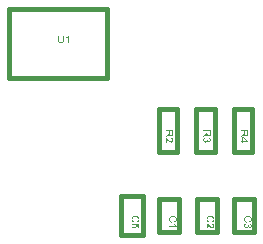
<source format=gbr>
%TF.GenerationSoftware,Altium Limited,Altium Designer,20.0.10 (225)*%
G04 Layer_Color=16711935*
%FSLAX26Y26*%
%MOIN*%
%TF.FileFunction,Other,Top_Assembly*%
%TF.Part,Single*%
G01*
G75*
%TA.AperFunction,NonConductor*%
%ADD53C,0.018000*%
G36*
X3614479Y1836059D02*
Y1836020D01*
Y1835905D01*
Y1835713D01*
Y1835444D01*
X3614441Y1835099D01*
Y1834753D01*
X3614403Y1834331D01*
X3614364Y1833870D01*
X3614249Y1832910D01*
X3614095Y1831911D01*
X3613903Y1830913D01*
X3613596Y1830030D01*
Y1829992D01*
X3613558Y1829915D01*
X3613519Y1829800D01*
X3613443Y1829646D01*
X3613212Y1829262D01*
X3612905Y1828724D01*
X3612483Y1828148D01*
X3611945Y1827534D01*
X3611254Y1826958D01*
X3610486Y1826382D01*
X3610447D01*
X3610370Y1826305D01*
X3610255Y1826267D01*
X3610063Y1826151D01*
X3609871Y1826075D01*
X3609602Y1825959D01*
X3609257Y1825806D01*
X3608911Y1825691D01*
X3608527Y1825575D01*
X3608066Y1825422D01*
X3607606Y1825307D01*
X3607068Y1825230D01*
X3605916Y1825076D01*
X3604610Y1824999D01*
X3604265D01*
X3604035Y1825038D01*
X3603727D01*
X3603382Y1825076D01*
X3602998Y1825115D01*
X3602575Y1825153D01*
X3601654Y1825307D01*
X3600694Y1825499D01*
X3599695Y1825806D01*
X3598812Y1826190D01*
X3598774D01*
X3598697Y1826267D01*
X3598620Y1826305D01*
X3598466Y1826420D01*
X3598044Y1826689D01*
X3597583Y1827111D01*
X3597046Y1827611D01*
X3596546Y1828187D01*
X3596047Y1828916D01*
X3595625Y1829723D01*
Y1829761D01*
X3595586Y1829838D01*
X3595548Y1829953D01*
X3595471Y1830145D01*
X3595394Y1830376D01*
X3595318Y1830683D01*
X3595241Y1831028D01*
X3595164Y1831412D01*
X3595049Y1831835D01*
X3594972Y1832295D01*
X3594895Y1832833D01*
X3594818Y1833371D01*
X3594742Y1833985D01*
X3594703Y1834638D01*
X3594665Y1835329D01*
Y1836059D01*
Y1850651D01*
X3598006D01*
Y1836059D01*
Y1836020D01*
Y1835905D01*
Y1835752D01*
Y1835521D01*
Y1835252D01*
X3598044Y1834945D01*
X3598082Y1834216D01*
X3598159Y1833447D01*
X3598236Y1832641D01*
X3598390Y1831873D01*
X3598466Y1831527D01*
X3598582Y1831220D01*
X3598620Y1831143D01*
X3598697Y1830951D01*
X3598851Y1830683D01*
X3599081Y1830337D01*
X3599350Y1829953D01*
X3599734Y1829531D01*
X3600156Y1829147D01*
X3600694Y1828801D01*
X3600771Y1828763D01*
X3600963Y1828686D01*
X3601270Y1828532D01*
X3601692Y1828417D01*
X3602230Y1828264D01*
X3602844Y1828110D01*
X3603535Y1828033D01*
X3604303Y1827995D01*
X3604649D01*
X3604918Y1828033D01*
X3605225D01*
X3605570Y1828072D01*
X3606338Y1828187D01*
X3607222Y1828417D01*
X3608066Y1828686D01*
X3608873Y1829108D01*
X3609257Y1829339D01*
X3609564Y1829646D01*
Y1829684D01*
X3609641Y1829723D01*
X3609718Y1829838D01*
X3609794Y1829992D01*
X3609948Y1830184D01*
X3610063Y1830414D01*
X3610217Y1830721D01*
X3610370Y1831067D01*
X3610486Y1831489D01*
X3610639Y1831950D01*
X3610793Y1832449D01*
X3610908Y1833063D01*
X3610985Y1833716D01*
X3611062Y1834408D01*
X3611139Y1835214D01*
Y1836059D01*
Y1850651D01*
X3614479D01*
Y1836059D01*
D02*
G37*
G36*
X3630454Y1825422D02*
X3627343D01*
Y1845159D01*
X3627305Y1845121D01*
X3627151Y1844967D01*
X3626883Y1844775D01*
X3626537Y1844507D01*
X3626115Y1844161D01*
X3625615Y1843815D01*
X3625039Y1843393D01*
X3624387Y1843009D01*
X3624348D01*
X3624310Y1842971D01*
X3624079Y1842817D01*
X3623734Y1842625D01*
X3623311Y1842395D01*
X3622812Y1842126D01*
X3622274Y1841896D01*
X3621698Y1841627D01*
X3621161Y1841396D01*
Y1844430D01*
X3621199D01*
X3621276Y1844468D01*
X3621430Y1844545D01*
X3621583Y1844660D01*
X3621814Y1844775D01*
X3622082Y1844891D01*
X3622697Y1845236D01*
X3623388Y1845659D01*
X3624156Y1846158D01*
X3624924Y1846734D01*
X3625654Y1847348D01*
X3625692Y1847387D01*
X3625731Y1847425D01*
X3625961Y1847656D01*
X3626307Y1848001D01*
X3626729Y1848424D01*
X3627190Y1848961D01*
X3627651Y1849537D01*
X3628073Y1850151D01*
X3628419Y1850766D01*
X3630454D01*
Y1825422D01*
D02*
G37*
G36*
X4228862Y1249962D02*
X4229207D01*
X4229630Y1249924D01*
X4230052Y1249885D01*
X4230551Y1249808D01*
X4231627Y1249616D01*
X4232779Y1249386D01*
X4233969Y1249002D01*
X4235083Y1248503D01*
X4235121D01*
X4235198Y1248426D01*
X4235351Y1248349D01*
X4235582Y1248234D01*
X4235812Y1248080D01*
X4236081Y1247888D01*
X4236734Y1247389D01*
X4237463Y1246813D01*
X4238193Y1246084D01*
X4238922Y1245200D01*
X4239537Y1244240D01*
Y1244202D01*
X4239614Y1244125D01*
X4239690Y1243972D01*
X4239767Y1243741D01*
X4239882Y1243511D01*
X4240036Y1243204D01*
X4240151Y1242820D01*
X4240305Y1242436D01*
X4240458Y1242013D01*
X4240574Y1241552D01*
X4240842Y1240516D01*
X4240996Y1239364D01*
X4241073Y1238135D01*
Y1237751D01*
X4241034Y1237482D01*
X4240996Y1237175D01*
X4240958Y1236791D01*
X4240919Y1236368D01*
X4240842Y1235908D01*
X4240612Y1234909D01*
X4240266Y1233834D01*
X4240036Y1233296D01*
X4239767Y1232759D01*
X4239460Y1232260D01*
X4239114Y1231760D01*
X4239076Y1231722D01*
X4239038Y1231645D01*
X4238922Y1231530D01*
X4238769Y1231338D01*
X4238577Y1231146D01*
X4238308Y1230877D01*
X4238039Y1230608D01*
X4237732Y1230340D01*
X4237348Y1230032D01*
X4236964Y1229764D01*
X4236503Y1229456D01*
X4236004Y1229149D01*
X4235505Y1228880D01*
X4234929Y1228612D01*
X4233700Y1228151D01*
X4232932Y1231453D01*
X4232971D01*
X4233047Y1231492D01*
X4233201Y1231530D01*
X4233393Y1231607D01*
X4233623Y1231722D01*
X4233892Y1231837D01*
X4234468Y1232106D01*
X4235121Y1232452D01*
X4235812Y1232912D01*
X4236426Y1233412D01*
X4236964Y1234026D01*
X4237002Y1234103D01*
X4237156Y1234333D01*
X4237348Y1234679D01*
X4237617Y1235178D01*
X4237847Y1235754D01*
X4238039Y1236484D01*
X4238193Y1237290D01*
X4238231Y1238212D01*
Y1238480D01*
X4238193Y1238672D01*
Y1238941D01*
X4238154Y1239210D01*
X4238039Y1239901D01*
X4237886Y1240669D01*
X4237617Y1241476D01*
X4237271Y1242282D01*
X4236810Y1243050D01*
Y1243088D01*
X4236734Y1243127D01*
X4236542Y1243357D01*
X4236234Y1243703D01*
X4235812Y1244125D01*
X4235275Y1244548D01*
X4234660Y1245008D01*
X4233892Y1245431D01*
X4233047Y1245776D01*
X4233009D01*
X4232932Y1245815D01*
X4232817Y1245853D01*
X4232625Y1245892D01*
X4232433Y1245968D01*
X4232164Y1246007D01*
X4231550Y1246160D01*
X4230820Y1246314D01*
X4230014Y1246429D01*
X4229131Y1246506D01*
X4228209Y1246544D01*
X4228171D01*
X4228055D01*
X4227902D01*
X4227671D01*
X4227403Y1246506D01*
X4227057D01*
X4226711Y1246468D01*
X4226327Y1246429D01*
X4225444Y1246314D01*
X4224484Y1246160D01*
X4223524Y1245930D01*
X4222602Y1245623D01*
X4222564D01*
X4222487Y1245584D01*
X4222372Y1245508D01*
X4222218Y1245431D01*
X4221758Y1245239D01*
X4221258Y1244932D01*
X4220644Y1244509D01*
X4220068Y1244010D01*
X4219492Y1243434D01*
X4218993Y1242743D01*
Y1242704D01*
X4218954Y1242666D01*
X4218878Y1242551D01*
X4218801Y1242397D01*
X4218647Y1241975D01*
X4218417Y1241437D01*
X4218225Y1240823D01*
X4218033Y1240093D01*
X4217879Y1239287D01*
X4217841Y1238442D01*
Y1238173D01*
X4217879Y1237981D01*
Y1237751D01*
X4217918Y1237444D01*
X4218033Y1236791D01*
X4218225Y1236061D01*
X4218532Y1235255D01*
X4218916Y1234487D01*
X4219454Y1233719D01*
X4219492Y1233680D01*
X4219530Y1233642D01*
X4219761Y1233412D01*
X4220145Y1233066D01*
X4220644Y1232644D01*
X4221335Y1232221D01*
X4222142Y1231760D01*
X4223140Y1231376D01*
X4224254Y1231069D01*
X4223409Y1227728D01*
X4223370D01*
X4223217Y1227767D01*
X4223025Y1227844D01*
X4222718Y1227920D01*
X4222410Y1228074D01*
X4221988Y1228228D01*
X4221566Y1228381D01*
X4221105Y1228612D01*
X4220068Y1229111D01*
X4219031Y1229802D01*
X4218033Y1230570D01*
X4217572Y1231031D01*
X4217150Y1231530D01*
X4217111Y1231568D01*
X4217073Y1231645D01*
X4216958Y1231799D01*
X4216804Y1232029D01*
X4216650Y1232298D01*
X4216458Y1232605D01*
X4216266Y1232951D01*
X4216074Y1233373D01*
X4215882Y1233834D01*
X4215690Y1234333D01*
X4215498Y1234909D01*
X4215345Y1235485D01*
X4215076Y1236752D01*
X4215038Y1237444D01*
X4214999Y1238173D01*
Y1238557D01*
X4215038Y1238864D01*
Y1239210D01*
X4215076Y1239594D01*
X4215153Y1240055D01*
X4215191Y1240516D01*
X4215422Y1241591D01*
X4215690Y1242704D01*
X4216113Y1243780D01*
X4216343Y1244317D01*
X4216650Y1244816D01*
X4216689Y1244855D01*
X4216727Y1244932D01*
X4216842Y1245047D01*
X4216958Y1245239D01*
X4217342Y1245700D01*
X4217879Y1246237D01*
X4218532Y1246890D01*
X4219377Y1247504D01*
X4220337Y1248157D01*
X4221450Y1248695D01*
X4221489D01*
X4221604Y1248733D01*
X4221758Y1248810D01*
X4221988Y1248887D01*
X4222295Y1249002D01*
X4222641Y1249117D01*
X4223025Y1249232D01*
X4223486Y1249348D01*
X4223947Y1249463D01*
X4224484Y1249578D01*
X4225636Y1249808D01*
X4226865Y1249962D01*
X4228209Y1250000D01*
X4228247D01*
X4228401D01*
X4228593D01*
X4228862Y1249962D01*
D02*
G37*
G36*
X4222526Y1221738D02*
X4222487D01*
X4222410Y1221700D01*
X4222257D01*
X4222103Y1221623D01*
X4221642Y1221508D01*
X4221066Y1221316D01*
X4220452Y1221085D01*
X4219799Y1220778D01*
X4219223Y1220394D01*
X4218724Y1219972D01*
X4218686Y1219895D01*
X4218532Y1219741D01*
X4218378Y1219472D01*
X4218148Y1219088D01*
X4217956Y1218666D01*
X4217764Y1218128D01*
X4217610Y1217514D01*
X4217572Y1216861D01*
Y1216631D01*
X4217610Y1216477D01*
X4217649Y1216093D01*
X4217764Y1215594D01*
X4217956Y1214980D01*
X4218186Y1214365D01*
X4218570Y1213751D01*
X4219070Y1213175D01*
X4219146Y1213098D01*
X4219338Y1212944D01*
X4219646Y1212714D01*
X4220106Y1212407D01*
X4220644Y1212138D01*
X4221297Y1211908D01*
X4222026Y1211754D01*
X4222833Y1211677D01*
X4222871D01*
X4222910D01*
X4223025D01*
X4223178Y1211716D01*
X4223562Y1211754D01*
X4224062Y1211869D01*
X4224599Y1212023D01*
X4225214Y1212292D01*
X4225790Y1212637D01*
X4226327Y1213098D01*
X4226404Y1213175D01*
X4226558Y1213328D01*
X4226750Y1213636D01*
X4227019Y1214058D01*
X4227287Y1214557D01*
X4227479Y1215172D01*
X4227633Y1215824D01*
X4227710Y1216592D01*
Y1216938D01*
X4227671Y1217207D01*
X4227633Y1217514D01*
X4227595Y1217898D01*
X4227518Y1218320D01*
X4227403Y1218781D01*
X4230129Y1218436D01*
Y1218244D01*
X4230091Y1218090D01*
Y1217591D01*
X4230129Y1217245D01*
X4230206Y1216746D01*
X4230321Y1216208D01*
X4230513Y1215632D01*
X4230743Y1215018D01*
X4231089Y1214404D01*
X4231127Y1214327D01*
X4231281Y1214135D01*
X4231550Y1213904D01*
X4231895Y1213597D01*
X4232318Y1213290D01*
X4232855Y1213060D01*
X4233508Y1212868D01*
X4234276Y1212791D01*
X4234315D01*
X4234353D01*
X4234545D01*
X4234852Y1212868D01*
X4235275Y1212944D01*
X4235697Y1213060D01*
X4236158Y1213290D01*
X4236657Y1213559D01*
X4237079Y1213943D01*
X4237118Y1213981D01*
X4237271Y1214135D01*
X4237463Y1214404D01*
X4237655Y1214749D01*
X4237886Y1215172D01*
X4238039Y1215671D01*
X4238193Y1216247D01*
X4238231Y1216900D01*
Y1217207D01*
X4238154Y1217552D01*
X4238078Y1217936D01*
X4237962Y1218436D01*
X4237732Y1218935D01*
X4237463Y1219434D01*
X4237079Y1219933D01*
X4237041Y1219972D01*
X4236887Y1220125D01*
X4236618Y1220317D01*
X4236234Y1220548D01*
X4235774Y1220816D01*
X4235198Y1221047D01*
X4234507Y1221277D01*
X4233700Y1221431D01*
X4234238Y1224541D01*
X4234276D01*
X4234391Y1224503D01*
X4234545Y1224464D01*
X4234737Y1224426D01*
X4235006Y1224349D01*
X4235313Y1224272D01*
X4236004Y1224004D01*
X4236772Y1223696D01*
X4237578Y1223236D01*
X4238346Y1222698D01*
X4239038Y1222007D01*
X4239076Y1221968D01*
X4239114Y1221930D01*
X4239191Y1221815D01*
X4239306Y1221623D01*
X4239422Y1221431D01*
X4239575Y1221200D01*
X4239921Y1220624D01*
X4240228Y1219895D01*
X4240497Y1219012D01*
X4240689Y1218052D01*
X4240766Y1217514D01*
Y1216631D01*
X4240727Y1216247D01*
X4240650Y1215748D01*
X4240535Y1215172D01*
X4240382Y1214519D01*
X4240151Y1213866D01*
X4239844Y1213213D01*
Y1213175D01*
X4239806Y1213136D01*
X4239690Y1212906D01*
X4239498Y1212599D01*
X4239230Y1212215D01*
X4238884Y1211792D01*
X4238462Y1211332D01*
X4237962Y1210909D01*
X4237425Y1210525D01*
X4237348Y1210487D01*
X4237156Y1210372D01*
X4236849Y1210218D01*
X4236465Y1210064D01*
X4235966Y1209911D01*
X4235428Y1209757D01*
X4234852Y1209642D01*
X4234199Y1209604D01*
X4234123D01*
X4233931D01*
X4233623Y1209642D01*
X4233239Y1209719D01*
X4232779Y1209834D01*
X4232279Y1209988D01*
X4231742Y1210180D01*
X4231243Y1210487D01*
X4231166Y1210525D01*
X4231012Y1210640D01*
X4230782Y1210871D01*
X4230475Y1211140D01*
X4230129Y1211524D01*
X4229783Y1211946D01*
X4229399Y1212484D01*
X4229092Y1213098D01*
Y1213060D01*
X4229054Y1212983D01*
Y1212868D01*
X4228977Y1212714D01*
X4228862Y1212330D01*
X4228631Y1211831D01*
X4228363Y1211293D01*
X4227979Y1210717D01*
X4227518Y1210141D01*
X4226942Y1209642D01*
X4226865Y1209604D01*
X4226635Y1209450D01*
X4226289Y1209258D01*
X4225828Y1208989D01*
X4225252Y1208759D01*
X4224561Y1208567D01*
X4223755Y1208413D01*
X4222871Y1208375D01*
X4222833D01*
X4222718D01*
X4222564D01*
X4222334Y1208413D01*
X4222026Y1208452D01*
X4221719Y1208490D01*
X4221335Y1208567D01*
X4220951Y1208682D01*
X4220068Y1208951D01*
X4219569Y1209143D01*
X4219108Y1209412D01*
X4218647Y1209680D01*
X4218186Y1209988D01*
X4217726Y1210372D01*
X4217265Y1210794D01*
X4217226Y1210832D01*
X4217150Y1210909D01*
X4217073Y1211024D01*
X4216919Y1211216D01*
X4216727Y1211447D01*
X4216535Y1211754D01*
X4216343Y1212100D01*
X4216151Y1212445D01*
X4215921Y1212868D01*
X4215729Y1213328D01*
X4215537Y1213828D01*
X4215345Y1214365D01*
X4215191Y1214941D01*
X4215114Y1215556D01*
X4215038Y1216208D01*
X4214999Y1216861D01*
Y1217168D01*
X4215038Y1217399D01*
X4215076Y1217706D01*
X4215114Y1218013D01*
X4215153Y1218397D01*
X4215230Y1218781D01*
X4215460Y1219664D01*
X4215844Y1220586D01*
X4216036Y1221047D01*
X4216305Y1221469D01*
X4216612Y1221930D01*
X4216958Y1222352D01*
X4216996Y1222391D01*
X4217034Y1222429D01*
X4217150Y1222544D01*
X4217303Y1222698D01*
X4217534Y1222852D01*
X4217764Y1223044D01*
X4218033Y1223274D01*
X4218340Y1223466D01*
X4219108Y1223927D01*
X4219991Y1224311D01*
X4220990Y1224656D01*
X4221527Y1224772D01*
X4222103Y1224848D01*
X4222526Y1221738D01*
D02*
G37*
G36*
X4103782Y1249962D02*
X4104128D01*
X4104550Y1249924D01*
X4104972Y1249885D01*
X4105472Y1249808D01*
X4106547Y1249616D01*
X4107699Y1249386D01*
X4108889Y1249002D01*
X4110003Y1248503D01*
X4110041D01*
X4110118Y1248426D01*
X4110272Y1248349D01*
X4110502Y1248234D01*
X4110733Y1248080D01*
X4111001Y1247888D01*
X4111654Y1247389D01*
X4112384Y1246813D01*
X4113113Y1246084D01*
X4113843Y1245200D01*
X4114457Y1244240D01*
Y1244202D01*
X4114534Y1244125D01*
X4114611Y1243972D01*
X4114688Y1243741D01*
X4114803Y1243511D01*
X4114957Y1243204D01*
X4115072Y1242820D01*
X4115225Y1242436D01*
X4115379Y1242013D01*
X4115494Y1241552D01*
X4115763Y1240516D01*
X4115917Y1239364D01*
X4115993Y1238135D01*
Y1237751D01*
X4115955Y1237482D01*
X4115917Y1237175D01*
X4115878Y1236791D01*
X4115840Y1236368D01*
X4115763Y1235908D01*
X4115533Y1234909D01*
X4115187Y1233834D01*
X4114957Y1233296D01*
X4114688Y1232759D01*
X4114381Y1232260D01*
X4114035Y1231760D01*
X4113997Y1231722D01*
X4113958Y1231645D01*
X4113843Y1231530D01*
X4113689Y1231338D01*
X4113497Y1231146D01*
X4113229Y1230877D01*
X4112960Y1230608D01*
X4112653Y1230340D01*
X4112269Y1230032D01*
X4111885Y1229764D01*
X4111424Y1229456D01*
X4110925Y1229149D01*
X4110425Y1228880D01*
X4109849Y1228612D01*
X4108620Y1228151D01*
X4107852Y1231453D01*
X4107891D01*
X4107968Y1231492D01*
X4108121Y1231530D01*
X4108313Y1231607D01*
X4108544Y1231722D01*
X4108812Y1231837D01*
X4109389Y1232106D01*
X4110041Y1232452D01*
X4110733Y1232912D01*
X4111347Y1233412D01*
X4111885Y1234026D01*
X4111923Y1234103D01*
X4112077Y1234333D01*
X4112269Y1234679D01*
X4112537Y1235178D01*
X4112768Y1235754D01*
X4112960Y1236484D01*
X4113113Y1237290D01*
X4113152Y1238212D01*
Y1238480D01*
X4113113Y1238672D01*
Y1238941D01*
X4113075Y1239210D01*
X4112960Y1239901D01*
X4112806Y1240669D01*
X4112537Y1241476D01*
X4112192Y1242282D01*
X4111731Y1243050D01*
Y1243088D01*
X4111654Y1243127D01*
X4111462Y1243357D01*
X4111155Y1243703D01*
X4110733Y1244125D01*
X4110195Y1244548D01*
X4109581Y1245008D01*
X4108812Y1245431D01*
X4107968Y1245776D01*
X4107929D01*
X4107852Y1245815D01*
X4107737Y1245853D01*
X4107545Y1245892D01*
X4107353Y1245968D01*
X4107084Y1246007D01*
X4106470Y1246160D01*
X4105740Y1246314D01*
X4104934Y1246429D01*
X4104051Y1246506D01*
X4103129Y1246544D01*
X4103091D01*
X4102976D01*
X4102822D01*
X4102592D01*
X4102323Y1246506D01*
X4101977D01*
X4101632Y1246468D01*
X4101248Y1246429D01*
X4100364Y1246314D01*
X4099404Y1246160D01*
X4098444Y1245930D01*
X4097523Y1245623D01*
X4097484D01*
X4097408Y1245584D01*
X4097292Y1245508D01*
X4097139Y1245431D01*
X4096678Y1245239D01*
X4096179Y1244932D01*
X4095564Y1244509D01*
X4094988Y1244010D01*
X4094412Y1243434D01*
X4093913Y1242743D01*
Y1242704D01*
X4093875Y1242666D01*
X4093798Y1242551D01*
X4093721Y1242397D01*
X4093568Y1241975D01*
X4093337Y1241437D01*
X4093145Y1240823D01*
X4092953Y1240093D01*
X4092800Y1239287D01*
X4092761Y1238442D01*
Y1238173D01*
X4092800Y1237981D01*
Y1237751D01*
X4092838Y1237444D01*
X4092953Y1236791D01*
X4093145Y1236061D01*
X4093452Y1235255D01*
X4093836Y1234487D01*
X4094374Y1233719D01*
X4094412Y1233680D01*
X4094451Y1233642D01*
X4094681Y1233412D01*
X4095065Y1233066D01*
X4095564Y1232644D01*
X4096256Y1232221D01*
X4097062Y1231760D01*
X4098060Y1231376D01*
X4099174Y1231069D01*
X4098329Y1227728D01*
X4098291D01*
X4098137Y1227767D01*
X4097945Y1227844D01*
X4097638Y1227920D01*
X4097331Y1228074D01*
X4096908Y1228228D01*
X4096486Y1228381D01*
X4096025Y1228612D01*
X4094988Y1229111D01*
X4093952Y1229802D01*
X4092953Y1230570D01*
X4092492Y1231031D01*
X4092070Y1231530D01*
X4092032Y1231568D01*
X4091993Y1231645D01*
X4091878Y1231799D01*
X4091724Y1232029D01*
X4091571Y1232298D01*
X4091379Y1232605D01*
X4091187Y1232951D01*
X4090995Y1233373D01*
X4090803Y1233834D01*
X4090611Y1234333D01*
X4090419Y1234909D01*
X4090265Y1235485D01*
X4089997Y1236752D01*
X4089958Y1237444D01*
X4089920Y1238173D01*
Y1238557D01*
X4089958Y1238864D01*
Y1239210D01*
X4089997Y1239594D01*
X4090073Y1240055D01*
X4090112Y1240516D01*
X4090342Y1241591D01*
X4090611Y1242704D01*
X4091033Y1243780D01*
X4091264Y1244317D01*
X4091571Y1244816D01*
X4091609Y1244855D01*
X4091648Y1244932D01*
X4091763Y1245047D01*
X4091878Y1245239D01*
X4092262Y1245700D01*
X4092800Y1246237D01*
X4093452Y1246890D01*
X4094297Y1247504D01*
X4095257Y1248157D01*
X4096371Y1248695D01*
X4096409D01*
X4096525Y1248733D01*
X4096678Y1248810D01*
X4096908Y1248887D01*
X4097216Y1249002D01*
X4097561Y1249117D01*
X4097945Y1249232D01*
X4098406Y1249348D01*
X4098867Y1249463D01*
X4099404Y1249578D01*
X4100556Y1249808D01*
X4101785Y1249962D01*
X4103129Y1250000D01*
X4103168D01*
X4103321D01*
X4103513D01*
X4103782Y1249962D01*
D02*
G37*
G36*
X4091033Y1225271D02*
X4091340Y1225232D01*
X4091686Y1225194D01*
X4092070Y1225079D01*
X4092454Y1224964D01*
X4092492D01*
X4092531Y1224925D01*
X4092761Y1224848D01*
X4093068Y1224695D01*
X4093529Y1224464D01*
X4094028Y1224196D01*
X4094604Y1223812D01*
X4095180Y1223428D01*
X4095795Y1222928D01*
X4095833D01*
X4095872Y1222852D01*
X4096102Y1222660D01*
X4096448Y1222352D01*
X4096908Y1221892D01*
X4097446Y1221316D01*
X4098099Y1220624D01*
X4098828Y1219780D01*
X4099635Y1218858D01*
X4099673Y1218820D01*
X4099788Y1218666D01*
X4099942Y1218474D01*
X4100211Y1218205D01*
X4100480Y1217860D01*
X4100825Y1217476D01*
X4101555Y1216631D01*
X4102438Y1215709D01*
X4103321Y1214788D01*
X4103744Y1214327D01*
X4104166Y1213943D01*
X4104588Y1213597D01*
X4104972Y1213290D01*
X4105011D01*
X4105049Y1213213D01*
X4105164Y1213136D01*
X4105318Y1213060D01*
X4105702Y1212829D01*
X4106201Y1212560D01*
X4106777Y1212292D01*
X4107392Y1212061D01*
X4108083Y1211908D01*
X4108736Y1211831D01*
X4108774D01*
X4108812D01*
X4109043Y1211869D01*
X4109389Y1211908D01*
X4109811Y1211984D01*
X4110310Y1212176D01*
X4110809Y1212407D01*
X4111347Y1212714D01*
X4111846Y1213175D01*
X4111885Y1213252D01*
X4112038Y1213405D01*
X4112230Y1213712D01*
X4112499Y1214096D01*
X4112729Y1214596D01*
X4112921Y1215172D01*
X4113075Y1215863D01*
X4113113Y1216631D01*
Y1216861D01*
X4113075Y1217015D01*
X4113037Y1217399D01*
X4112960Y1217898D01*
X4112768Y1218474D01*
X4112537Y1219088D01*
X4112192Y1219664D01*
X4111731Y1220202D01*
X4111654Y1220240D01*
X4111501Y1220394D01*
X4111193Y1220624D01*
X4110771Y1220855D01*
X4110233Y1221124D01*
X4109619Y1221316D01*
X4108889Y1221469D01*
X4108044Y1221546D01*
X4108390Y1224733D01*
X4108428D01*
X4108544D01*
X4108736Y1224695D01*
X4108966Y1224656D01*
X4109273Y1224580D01*
X4109619Y1224541D01*
X4110387Y1224311D01*
X4111270Y1224004D01*
X4112153Y1223581D01*
X4113037Y1223005D01*
X4113421Y1222698D01*
X4113805Y1222314D01*
X4113843Y1222276D01*
X4113881Y1222199D01*
X4113997Y1222084D01*
X4114112Y1221930D01*
X4114227Y1221700D01*
X4114419Y1221431D01*
X4114573Y1221124D01*
X4114765Y1220778D01*
X4114918Y1220394D01*
X4115110Y1219972D01*
X4115264Y1219472D01*
X4115379Y1218973D01*
X4115609Y1217821D01*
X4115648Y1217207D01*
X4115686Y1216554D01*
Y1216208D01*
X4115648Y1215940D01*
X4115609Y1215632D01*
X4115571Y1215287D01*
X4115533Y1214903D01*
X4115417Y1214480D01*
X4115187Y1213559D01*
X4114841Y1212599D01*
X4114611Y1212100D01*
X4114342Y1211639D01*
X4113997Y1211216D01*
X4113651Y1210794D01*
X4113613Y1210756D01*
X4113574Y1210717D01*
X4113459Y1210602D01*
X4113305Y1210448D01*
X4113075Y1210295D01*
X4112845Y1210103D01*
X4112269Y1209719D01*
X4111539Y1209335D01*
X4110694Y1208989D01*
X4109734Y1208720D01*
X4109197Y1208682D01*
X4108659Y1208644D01*
X4108582D01*
X4108390D01*
X4108083Y1208682D01*
X4107699Y1208720D01*
X4107238Y1208797D01*
X4106739Y1208912D01*
X4106201Y1209066D01*
X4105664Y1209296D01*
X4105587Y1209335D01*
X4105395Y1209412D01*
X4105126Y1209565D01*
X4104742Y1209796D01*
X4104281Y1210064D01*
X4103744Y1210410D01*
X4103206Y1210871D01*
X4102592Y1211370D01*
X4102515Y1211447D01*
X4102284Y1211639D01*
X4101939Y1211984D01*
X4101708Y1212215D01*
X4101440Y1212484D01*
X4101132Y1212791D01*
X4100787Y1213175D01*
X4100441Y1213559D01*
X4100019Y1213981D01*
X4099596Y1214442D01*
X4099136Y1214980D01*
X4098675Y1215517D01*
X4098137Y1216132D01*
X4098099Y1216170D01*
X4098022Y1216247D01*
X4097907Y1216400D01*
X4097753Y1216592D01*
X4097369Y1217053D01*
X4096870Y1217629D01*
X4096333Y1218205D01*
X4095795Y1218820D01*
X4095334Y1219319D01*
X4095142Y1219511D01*
X4094950Y1219703D01*
X4094912Y1219741D01*
X4094796Y1219818D01*
X4094643Y1219972D01*
X4094412Y1220164D01*
X4093913Y1220586D01*
X4093299Y1221008D01*
Y1208605D01*
X4090342D01*
Y1225309D01*
X4090381D01*
X4090534D01*
X4090765D01*
X4091033Y1225271D01*
D02*
G37*
G36*
X3978702Y1249962D02*
X3979048D01*
X3979470Y1249924D01*
X3979893Y1249885D01*
X3980392Y1249808D01*
X3981467Y1249616D01*
X3982619Y1249386D01*
X3983810Y1249002D01*
X3984923Y1248503D01*
X3984962D01*
X3985039Y1248426D01*
X3985192Y1248349D01*
X3985423Y1248234D01*
X3985653Y1248080D01*
X3985922Y1247888D01*
X3986575Y1247389D01*
X3987304Y1246813D01*
X3988034Y1246084D01*
X3988763Y1245200D01*
X3989378Y1244240D01*
Y1244202D01*
X3989454Y1244125D01*
X3989531Y1243972D01*
X3989608Y1243741D01*
X3989723Y1243511D01*
X3989877Y1243204D01*
X3989992Y1242820D01*
X3990146Y1242436D01*
X3990299Y1242013D01*
X3990414Y1241552D01*
X3990683Y1240516D01*
X3990837Y1239364D01*
X3990914Y1238135D01*
Y1237751D01*
X3990875Y1237482D01*
X3990837Y1237175D01*
X3990798Y1236791D01*
X3990760Y1236368D01*
X3990683Y1235908D01*
X3990453Y1234909D01*
X3990107Y1233834D01*
X3989877Y1233296D01*
X3989608Y1232759D01*
X3989301Y1232260D01*
X3988955Y1231760D01*
X3988917Y1231722D01*
X3988878Y1231645D01*
X3988763Y1231530D01*
X3988610Y1231338D01*
X3988418Y1231146D01*
X3988149Y1230877D01*
X3987880Y1230608D01*
X3987573Y1230340D01*
X3987189Y1230032D01*
X3986805Y1229764D01*
X3986344Y1229456D01*
X3985845Y1229149D01*
X3985346Y1228880D01*
X3984770Y1228612D01*
X3983541Y1228151D01*
X3982773Y1231453D01*
X3982811D01*
X3982888Y1231492D01*
X3983042Y1231530D01*
X3983234Y1231607D01*
X3983464Y1231722D01*
X3983733Y1231837D01*
X3984309Y1232106D01*
X3984962Y1232452D01*
X3985653Y1232912D01*
X3986267Y1233412D01*
X3986805Y1234026D01*
X3986843Y1234103D01*
X3986997Y1234333D01*
X3987189Y1234679D01*
X3987458Y1235178D01*
X3987688Y1235754D01*
X3987880Y1236484D01*
X3988034Y1237290D01*
X3988072Y1238212D01*
Y1238480D01*
X3988034Y1238672D01*
Y1238941D01*
X3987995Y1239210D01*
X3987880Y1239901D01*
X3987727Y1240669D01*
X3987458Y1241476D01*
X3987112Y1242282D01*
X3986651Y1243050D01*
Y1243088D01*
X3986575Y1243127D01*
X3986383Y1243357D01*
X3986075Y1243703D01*
X3985653Y1244125D01*
X3985115Y1244548D01*
X3984501Y1245008D01*
X3983733Y1245431D01*
X3982888Y1245776D01*
X3982850D01*
X3982773Y1245815D01*
X3982658Y1245853D01*
X3982466Y1245892D01*
X3982274Y1245968D01*
X3982005Y1246007D01*
X3981390Y1246160D01*
X3980661Y1246314D01*
X3979854Y1246429D01*
X3978971Y1246506D01*
X3978050Y1246544D01*
X3978011D01*
X3977896D01*
X3977742D01*
X3977512D01*
X3977243Y1246506D01*
X3976898D01*
X3976552Y1246468D01*
X3976168Y1246429D01*
X3975285Y1246314D01*
X3974325Y1246160D01*
X3973365Y1245930D01*
X3972443Y1245623D01*
X3972405D01*
X3972328Y1245584D01*
X3972213Y1245508D01*
X3972059Y1245431D01*
X3971599Y1245239D01*
X3971099Y1244932D01*
X3970485Y1244509D01*
X3969909Y1244010D01*
X3969333Y1243434D01*
X3968834Y1242743D01*
Y1242704D01*
X3968795Y1242666D01*
X3968718Y1242551D01*
X3968642Y1242397D01*
X3968488Y1241975D01*
X3968258Y1241437D01*
X3968066Y1240823D01*
X3967874Y1240093D01*
X3967720Y1239287D01*
X3967682Y1238442D01*
Y1238173D01*
X3967720Y1237981D01*
Y1237751D01*
X3967758Y1237444D01*
X3967874Y1236791D01*
X3968066Y1236061D01*
X3968373Y1235255D01*
X3968757Y1234487D01*
X3969294Y1233719D01*
X3969333Y1233680D01*
X3969371Y1233642D01*
X3969602Y1233412D01*
X3969986Y1233066D01*
X3970485Y1232644D01*
X3971176Y1232221D01*
X3971983Y1231760D01*
X3972981Y1231376D01*
X3974095Y1231069D01*
X3973250Y1227728D01*
X3973211D01*
X3973058Y1227767D01*
X3972866Y1227844D01*
X3972559Y1227920D01*
X3972251Y1228074D01*
X3971829Y1228228D01*
X3971407Y1228381D01*
X3970946Y1228612D01*
X3969909Y1229111D01*
X3968872Y1229802D01*
X3967874Y1230570D01*
X3967413Y1231031D01*
X3966990Y1231530D01*
X3966952Y1231568D01*
X3966914Y1231645D01*
X3966798Y1231799D01*
X3966645Y1232029D01*
X3966491Y1232298D01*
X3966299Y1232605D01*
X3966107Y1232951D01*
X3965915Y1233373D01*
X3965723Y1233834D01*
X3965531Y1234333D01*
X3965339Y1234909D01*
X3965186Y1235485D01*
X3964917Y1236752D01*
X3964878Y1237444D01*
X3964840Y1238173D01*
Y1238557D01*
X3964878Y1238864D01*
Y1239210D01*
X3964917Y1239594D01*
X3964994Y1240055D01*
X3965032Y1240516D01*
X3965262Y1241591D01*
X3965531Y1242704D01*
X3965954Y1243780D01*
X3966184Y1244317D01*
X3966491Y1244816D01*
X3966530Y1244855D01*
X3966568Y1244932D01*
X3966683Y1245047D01*
X3966798Y1245239D01*
X3967182Y1245700D01*
X3967720Y1246237D01*
X3968373Y1246890D01*
X3969218Y1247504D01*
X3970178Y1248157D01*
X3971291Y1248695D01*
X3971330D01*
X3971445Y1248733D01*
X3971599Y1248810D01*
X3971829Y1248887D01*
X3972136Y1249002D01*
X3972482Y1249117D01*
X3972866Y1249232D01*
X3973327Y1249348D01*
X3973787Y1249463D01*
X3974325Y1249578D01*
X3975477Y1249808D01*
X3976706Y1249962D01*
X3978050Y1250000D01*
X3978088D01*
X3978242D01*
X3978434D01*
X3978702Y1249962D01*
D02*
G37*
G36*
X3984271Y1222468D02*
X3984309Y1222391D01*
X3984386Y1222237D01*
X3984501Y1222084D01*
X3984616Y1221853D01*
X3984731Y1221584D01*
X3985077Y1220970D01*
X3985499Y1220279D01*
X3985999Y1219511D01*
X3986575Y1218743D01*
X3987189Y1218013D01*
X3987227Y1217975D01*
X3987266Y1217936D01*
X3987496Y1217706D01*
X3987842Y1217360D01*
X3988264Y1216938D01*
X3988802Y1216477D01*
X3989378Y1216016D01*
X3989992Y1215594D01*
X3990606Y1215248D01*
Y1213213D01*
X3965262D01*
Y1216324D01*
X3985000D01*
X3984962Y1216362D01*
X3984808Y1216516D01*
X3984616Y1216784D01*
X3984347Y1217130D01*
X3984002Y1217552D01*
X3983656Y1218052D01*
X3983234Y1218628D01*
X3982850Y1219280D01*
Y1219319D01*
X3982811Y1219357D01*
X3982658Y1219588D01*
X3982466Y1219933D01*
X3982235Y1220356D01*
X3981966Y1220855D01*
X3981736Y1221392D01*
X3981467Y1221968D01*
X3981237Y1222506D01*
X3984271D01*
Y1222468D01*
D02*
G37*
G36*
X3853862Y1249962D02*
X3854207D01*
X3854630Y1249924D01*
X3855052Y1249885D01*
X3855552Y1249808D01*
X3856627Y1249616D01*
X3857779Y1249386D01*
X3858969Y1249002D01*
X3860083Y1248503D01*
X3860121D01*
X3860198Y1248426D01*
X3860352Y1248349D01*
X3860582Y1248234D01*
X3860812Y1248080D01*
X3861081Y1247888D01*
X3861734Y1247389D01*
X3862463Y1246813D01*
X3863193Y1246083D01*
X3863923Y1245200D01*
X3864537Y1244240D01*
Y1244202D01*
X3864614Y1244125D01*
X3864691Y1243972D01*
X3864767Y1243741D01*
X3864883Y1243511D01*
X3865036Y1243204D01*
X3865151Y1242820D01*
X3865305Y1242436D01*
X3865459Y1242013D01*
X3865574Y1241552D01*
X3865843Y1240515D01*
X3865996Y1239363D01*
X3866073Y1238135D01*
Y1237751D01*
X3866035Y1237482D01*
X3865996Y1237175D01*
X3865958Y1236791D01*
X3865919Y1236368D01*
X3865843Y1235908D01*
X3865612Y1234909D01*
X3865267Y1233834D01*
X3865036Y1233296D01*
X3864767Y1232759D01*
X3864460Y1232259D01*
X3864115Y1231760D01*
X3864076Y1231722D01*
X3864038Y1231645D01*
X3863923Y1231530D01*
X3863769Y1231338D01*
X3863577Y1231146D01*
X3863308Y1230877D01*
X3863039Y1230608D01*
X3862732Y1230340D01*
X3862348Y1230032D01*
X3861964Y1229764D01*
X3861503Y1229456D01*
X3861004Y1229149D01*
X3860505Y1228880D01*
X3859929Y1228611D01*
X3858700Y1228151D01*
X3857932Y1231453D01*
X3857971D01*
X3858048Y1231492D01*
X3858201Y1231530D01*
X3858393Y1231607D01*
X3858624Y1231722D01*
X3858892Y1231837D01*
X3859468Y1232106D01*
X3860121Y1232451D01*
X3860812Y1232912D01*
X3861427Y1233411D01*
X3861964Y1234026D01*
X3862003Y1234103D01*
X3862156Y1234333D01*
X3862348Y1234679D01*
X3862617Y1235178D01*
X3862847Y1235754D01*
X3863039Y1236484D01*
X3863193Y1237290D01*
X3863231Y1238211D01*
Y1238480D01*
X3863193Y1238672D01*
Y1238941D01*
X3863155Y1239210D01*
X3863039Y1239901D01*
X3862886Y1240669D01*
X3862617Y1241476D01*
X3862271Y1242282D01*
X3861811Y1243050D01*
Y1243088D01*
X3861734Y1243127D01*
X3861542Y1243357D01*
X3861235Y1243703D01*
X3860812Y1244125D01*
X3860275Y1244547D01*
X3859660Y1245008D01*
X3858892Y1245431D01*
X3858048Y1245776D01*
X3858009D01*
X3857932Y1245815D01*
X3857817Y1245853D01*
X3857625Y1245891D01*
X3857433Y1245968D01*
X3857164Y1246007D01*
X3856550Y1246160D01*
X3855820Y1246314D01*
X3855014Y1246429D01*
X3854131Y1246506D01*
X3853209Y1246544D01*
X3853171D01*
X3853055D01*
X3852902D01*
X3852671D01*
X3852403Y1246506D01*
X3852057D01*
X3851711Y1246467D01*
X3851327Y1246429D01*
X3850444Y1246314D01*
X3849484Y1246160D01*
X3848524Y1245930D01*
X3847603Y1245623D01*
X3847564D01*
X3847488Y1245584D01*
X3847372Y1245507D01*
X3847219Y1245431D01*
X3846758Y1245239D01*
X3846259Y1244931D01*
X3845644Y1244509D01*
X3845068Y1244010D01*
X3844492Y1243434D01*
X3843993Y1242743D01*
Y1242704D01*
X3843955Y1242666D01*
X3843878Y1242551D01*
X3843801Y1242397D01*
X3843648Y1241975D01*
X3843417Y1241437D01*
X3843225Y1240823D01*
X3843033Y1240093D01*
X3842880Y1239287D01*
X3842841Y1238442D01*
Y1238173D01*
X3842880Y1237981D01*
Y1237751D01*
X3842918Y1237444D01*
X3843033Y1236791D01*
X3843225Y1236061D01*
X3843532Y1235255D01*
X3843916Y1234487D01*
X3844454Y1233719D01*
X3844492Y1233680D01*
X3844531Y1233642D01*
X3844761Y1233411D01*
X3845145Y1233066D01*
X3845644Y1232643D01*
X3846336Y1232221D01*
X3847142Y1231760D01*
X3848140Y1231376D01*
X3849254Y1231069D01*
X3848409Y1227728D01*
X3848371D01*
X3848217Y1227767D01*
X3848025Y1227843D01*
X3847718Y1227920D01*
X3847411Y1228074D01*
X3846988Y1228227D01*
X3846566Y1228381D01*
X3846105Y1228611D01*
X3845068Y1229111D01*
X3844032Y1229802D01*
X3843033Y1230570D01*
X3842572Y1231031D01*
X3842150Y1231530D01*
X3842111Y1231568D01*
X3842073Y1231645D01*
X3841958Y1231799D01*
X3841804Y1232029D01*
X3841651Y1232298D01*
X3841459Y1232605D01*
X3841267Y1232951D01*
X3841075Y1233373D01*
X3840883Y1233834D01*
X3840691Y1234333D01*
X3840499Y1234909D01*
X3840345Y1235485D01*
X3840076Y1236752D01*
X3840038Y1237444D01*
X3839999Y1238173D01*
Y1238557D01*
X3840038Y1238864D01*
Y1239210D01*
X3840076Y1239594D01*
X3840153Y1240055D01*
X3840191Y1240515D01*
X3840422Y1241591D01*
X3840691Y1242704D01*
X3841113Y1243780D01*
X3841343Y1244317D01*
X3841651Y1244816D01*
X3841689Y1244855D01*
X3841727Y1244931D01*
X3841843Y1245047D01*
X3841958Y1245239D01*
X3842342Y1245699D01*
X3842880Y1246237D01*
X3843532Y1246890D01*
X3844377Y1247504D01*
X3845337Y1248157D01*
X3846451Y1248695D01*
X3846489D01*
X3846604Y1248733D01*
X3846758Y1248810D01*
X3846988Y1248887D01*
X3847296Y1249002D01*
X3847641Y1249117D01*
X3848025Y1249232D01*
X3848486Y1249348D01*
X3848947Y1249463D01*
X3849484Y1249578D01*
X3850636Y1249808D01*
X3851865Y1249962D01*
X3853209Y1250000D01*
X3853247D01*
X3853401D01*
X3853593D01*
X3853862Y1249962D01*
D02*
G37*
G36*
X3847257Y1221623D02*
X3847219D01*
X3847142D01*
X3847027Y1221584D01*
X3846873Y1221546D01*
X3846451Y1221431D01*
X3845913Y1221277D01*
X3845337Y1221085D01*
X3844761Y1220778D01*
X3844185Y1220432D01*
X3843686Y1219972D01*
X3843648Y1219895D01*
X3843494Y1219741D01*
X3843340Y1219472D01*
X3843110Y1219088D01*
X3842918Y1218628D01*
X3842726Y1218090D01*
X3842572Y1217476D01*
X3842534Y1216823D01*
Y1216592D01*
X3842572Y1216439D01*
X3842611Y1216016D01*
X3842726Y1215479D01*
X3842956Y1214903D01*
X3843225Y1214250D01*
X3843648Y1213636D01*
X3843878Y1213328D01*
X3844185Y1213021D01*
X3844224D01*
X3844262Y1212944D01*
X3844492Y1212791D01*
X3844876Y1212522D01*
X3845376Y1212253D01*
X3846028Y1211984D01*
X3846796Y1211716D01*
X3847680Y1211562D01*
X3848678Y1211485D01*
X3848716D01*
X3848793D01*
X3848947D01*
X3849100Y1211524D01*
X3849331D01*
X3849599Y1211562D01*
X3850214Y1211677D01*
X3850867Y1211831D01*
X3851558Y1212100D01*
X3852249Y1212484D01*
X3852863Y1212983D01*
X3852940Y1213060D01*
X3853094Y1213252D01*
X3853363Y1213559D01*
X3853631Y1214020D01*
X3853900Y1214557D01*
X3854169Y1215248D01*
X3854323Y1216016D01*
X3854399Y1216861D01*
Y1217130D01*
X3854361Y1217399D01*
X3854323Y1217783D01*
X3854207Y1218205D01*
X3854092Y1218666D01*
X3853900Y1219127D01*
X3853670Y1219588D01*
X3853631Y1219626D01*
X3853555Y1219780D01*
X3853401Y1220010D01*
X3853209Y1220279D01*
X3852940Y1220547D01*
X3852633Y1220855D01*
X3852287Y1221162D01*
X3851903Y1221431D01*
X3852326Y1224349D01*
X3865267Y1221891D01*
Y1209373D01*
X3862310D01*
Y1219434D01*
X3855513Y1220816D01*
X3855552Y1220778D01*
X3855590Y1220701D01*
X3855667Y1220586D01*
X3855782Y1220432D01*
X3855897Y1220202D01*
X3856012Y1219972D01*
X3856320Y1219357D01*
X3856627Y1218666D01*
X3856857Y1217860D01*
X3857049Y1216976D01*
X3857126Y1216055D01*
Y1215747D01*
X3857088Y1215517D01*
X3857049Y1215210D01*
X3857011Y1214903D01*
X3856934Y1214519D01*
X3856857Y1214135D01*
X3856550Y1213252D01*
X3856396Y1212791D01*
X3856166Y1212330D01*
X3855897Y1211831D01*
X3855590Y1211370D01*
X3855244Y1210909D01*
X3854822Y1210487D01*
X3854784Y1210448D01*
X3854707Y1210371D01*
X3854591Y1210256D01*
X3854399Y1210141D01*
X3854169Y1209949D01*
X3853900Y1209757D01*
X3853593Y1209565D01*
X3853247Y1209335D01*
X3852825Y1209104D01*
X3852403Y1208912D01*
X3851903Y1208720D01*
X3851404Y1208528D01*
X3850828Y1208413D01*
X3850252Y1208298D01*
X3849599Y1208221D01*
X3848947Y1208183D01*
X3848908D01*
X3848793D01*
X3848601D01*
X3848371Y1208221D01*
X3848064Y1208259D01*
X3847718Y1208298D01*
X3847334Y1208336D01*
X3846912Y1208413D01*
X3845990Y1208682D01*
X3845030Y1209027D01*
X3844492Y1209258D01*
X3843993Y1209527D01*
X3843494Y1209834D01*
X3843033Y1210179D01*
X3842995Y1210218D01*
X3842918Y1210295D01*
X3842764Y1210448D01*
X3842572Y1210640D01*
X3842342Y1210871D01*
X3842073Y1211178D01*
X3841804Y1211524D01*
X3841535Y1211946D01*
X3841228Y1212368D01*
X3840959Y1212868D01*
X3840691Y1213444D01*
X3840460Y1214020D01*
X3840268Y1214672D01*
X3840115Y1215325D01*
X3840038Y1216055D01*
X3839999Y1216823D01*
Y1217168D01*
X3840038Y1217399D01*
X3840076Y1217668D01*
X3840115Y1218013D01*
X3840153Y1218397D01*
X3840230Y1218820D01*
X3840460Y1219703D01*
X3840806Y1220624D01*
X3841036Y1221085D01*
X3841305Y1221546D01*
X3841574Y1222007D01*
X3841919Y1222429D01*
X3841958Y1222467D01*
X3841996Y1222506D01*
X3842111Y1222621D01*
X3842265Y1222775D01*
X3842457Y1222928D01*
X3842688Y1223120D01*
X3842956Y1223312D01*
X3843264Y1223543D01*
X3843993Y1223965D01*
X3844876Y1224388D01*
X3845875Y1224695D01*
X3846451Y1224810D01*
X3847027Y1224887D01*
X3847257Y1221623D01*
D02*
G37*
G36*
X4228881Y1523288D02*
X4228842Y1522981D01*
Y1522674D01*
X4228804Y1521906D01*
X4228727Y1521099D01*
X4228573Y1520254D01*
X4228420Y1519448D01*
X4228305Y1519064D01*
X4228189Y1518718D01*
Y1518680D01*
X4228151Y1518641D01*
X4228074Y1518411D01*
X4227882Y1518104D01*
X4227613Y1517720D01*
X4227306Y1517259D01*
X4226884Y1516798D01*
X4226385Y1516338D01*
X4225770Y1515915D01*
X4225693Y1515877D01*
X4225463Y1515762D01*
X4225117Y1515570D01*
X4224657Y1515378D01*
X4224081Y1515186D01*
X4223428Y1514994D01*
X4222737Y1514878D01*
X4221969Y1514840D01*
X4221930D01*
X4221853D01*
X4221700D01*
X4221508Y1514878D01*
X4221277D01*
X4221009Y1514917D01*
X4220394Y1515070D01*
X4219665Y1515262D01*
X4218935Y1515570D01*
X4218167Y1516030D01*
X4217783Y1516299D01*
X4217437Y1516606D01*
X4217361Y1516683D01*
X4217284Y1516798D01*
X4217130Y1516914D01*
X4217015Y1517105D01*
X4216823Y1517336D01*
X4216669Y1517605D01*
X4216477Y1517912D01*
X4216285Y1518257D01*
X4216093Y1518680D01*
X4215901Y1519102D01*
X4215709Y1519601D01*
X4215517Y1520101D01*
X4215364Y1520677D01*
X4215249Y1521291D01*
X4215133Y1521944D01*
X4215095Y1521867D01*
X4215018Y1521714D01*
X4214903Y1521483D01*
X4214749Y1521214D01*
X4214327Y1520562D01*
X4214097Y1520216D01*
X4213866Y1519947D01*
X4213789Y1519870D01*
X4213636Y1519678D01*
X4213329Y1519409D01*
X4212945Y1519064D01*
X4212445Y1518641D01*
X4211869Y1518181D01*
X4211217Y1517681D01*
X4210487Y1517182D01*
X4203652Y1512805D01*
Y1516990D01*
X4208874Y1520331D01*
X4208913D01*
X4208989Y1520408D01*
X4209105Y1520485D01*
X4209258Y1520562D01*
X4209642Y1520830D01*
X4210141Y1521176D01*
X4210717Y1521560D01*
X4211293Y1521982D01*
X4211831Y1522366D01*
X4212330Y1522750D01*
X4212369Y1522789D01*
X4212522Y1522904D01*
X4212753Y1523096D01*
X4213021Y1523288D01*
X4213559Y1523864D01*
X4213828Y1524133D01*
X4214020Y1524440D01*
X4214058Y1524478D01*
X4214097Y1524555D01*
X4214173Y1524709D01*
X4214289Y1524901D01*
X4214519Y1525361D01*
X4214711Y1525938D01*
Y1525976D01*
X4214749Y1526053D01*
Y1526206D01*
X4214788Y1526398D01*
X4214826Y1526667D01*
Y1526974D01*
X4214865Y1527358D01*
Y1531659D01*
X4203652D01*
Y1535000D01*
X4228881D01*
Y1523288D01*
D02*
G37*
G36*
X4228842Y1500401D02*
Y1497867D01*
X4212522D01*
Y1494449D01*
X4209681D01*
Y1497867D01*
X4203652D01*
Y1500977D01*
X4209681D01*
Y1511921D01*
X4212522D01*
X4228842Y1500401D01*
D02*
G37*
G36*
X4104223Y1523288D02*
X4104185Y1522981D01*
Y1522674D01*
X4104147Y1521906D01*
X4104070Y1521099D01*
X4103916Y1520254D01*
X4103763Y1519448D01*
X4103647Y1519064D01*
X4103532Y1518718D01*
Y1518680D01*
X4103494Y1518641D01*
X4103417Y1518411D01*
X4103225Y1518104D01*
X4102956Y1517720D01*
X4102649Y1517259D01*
X4102227Y1516798D01*
X4101727Y1516338D01*
X4101113Y1515915D01*
X4101036Y1515877D01*
X4100806Y1515762D01*
X4100460Y1515570D01*
X4099999Y1515378D01*
X4099423Y1515186D01*
X4098771Y1514994D01*
X4098079Y1514878D01*
X4097311Y1514840D01*
X4097273D01*
X4097196D01*
X4097043D01*
X4096851Y1514878D01*
X4096620D01*
X4096351Y1514917D01*
X4095737Y1515070D01*
X4095007Y1515262D01*
X4094278Y1515570D01*
X4093510Y1516030D01*
X4093126Y1516299D01*
X4092780Y1516606D01*
X4092703Y1516683D01*
X4092627Y1516798D01*
X4092473Y1516914D01*
X4092358Y1517105D01*
X4092166Y1517336D01*
X4092012Y1517605D01*
X4091820Y1517912D01*
X4091628Y1518257D01*
X4091436Y1518680D01*
X4091244Y1519102D01*
X4091052Y1519601D01*
X4090860Y1520101D01*
X4090707Y1520677D01*
X4090591Y1521291D01*
X4090476Y1521944D01*
X4090438Y1521867D01*
X4090361Y1521714D01*
X4090246Y1521483D01*
X4090092Y1521214D01*
X4089670Y1520562D01*
X4089439Y1520216D01*
X4089209Y1519947D01*
X4089132Y1519870D01*
X4088979Y1519678D01*
X4088671Y1519409D01*
X4088287Y1519064D01*
X4087788Y1518641D01*
X4087212Y1518181D01*
X4086559Y1517681D01*
X4085830Y1517182D01*
X4078995Y1512805D01*
Y1516990D01*
X4084217Y1520331D01*
X4084255D01*
X4084332Y1520408D01*
X4084447Y1520485D01*
X4084601Y1520562D01*
X4084985Y1520830D01*
X4085484Y1521176D01*
X4086060Y1521560D01*
X4086636Y1521982D01*
X4087174Y1522366D01*
X4087673Y1522750D01*
X4087711Y1522789D01*
X4087865Y1522904D01*
X4088095Y1523096D01*
X4088364Y1523288D01*
X4088902Y1523864D01*
X4089171Y1524133D01*
X4089363Y1524440D01*
X4089401Y1524478D01*
X4089439Y1524555D01*
X4089516Y1524709D01*
X4089631Y1524901D01*
X4089862Y1525361D01*
X4090054Y1525938D01*
Y1525976D01*
X4090092Y1526053D01*
Y1526206D01*
X4090131Y1526398D01*
X4090169Y1526667D01*
Y1526974D01*
X4090207Y1527358D01*
Y1531659D01*
X4078995D01*
Y1535000D01*
X4104223D01*
Y1523288D01*
D02*
G37*
G36*
X4086099Y1507736D02*
X4086060D01*
X4085983Y1507697D01*
X4085830D01*
X4085676Y1507621D01*
X4085215Y1507505D01*
X4084639Y1507313D01*
X4084025Y1507083D01*
X4083372Y1506776D01*
X4082796Y1506392D01*
X4082297Y1505969D01*
X4082259Y1505893D01*
X4082105Y1505739D01*
X4081951Y1505470D01*
X4081721Y1505086D01*
X4081529Y1504664D01*
X4081337Y1504126D01*
X4081183Y1503512D01*
X4081145Y1502859D01*
Y1502629D01*
X4081183Y1502475D01*
X4081222Y1502091D01*
X4081337Y1501592D01*
X4081529Y1500977D01*
X4081759Y1500363D01*
X4082143Y1499749D01*
X4082643Y1499173D01*
X4082719Y1499096D01*
X4082911Y1498942D01*
X4083219Y1498712D01*
X4083679Y1498405D01*
X4084217Y1498136D01*
X4084870Y1497906D01*
X4085599Y1497752D01*
X4086406Y1497675D01*
X4086444D01*
X4086483D01*
X4086598D01*
X4086751Y1497714D01*
X4087135Y1497752D01*
X4087635Y1497867D01*
X4088172Y1498021D01*
X4088787Y1498290D01*
X4089363Y1498635D01*
X4089900Y1499096D01*
X4089977Y1499173D01*
X4090131Y1499326D01*
X4090323Y1499633D01*
X4090591Y1500056D01*
X4090860Y1500555D01*
X4091052Y1501169D01*
X4091206Y1501822D01*
X4091283Y1502590D01*
Y1502936D01*
X4091244Y1503205D01*
X4091206Y1503512D01*
X4091167Y1503896D01*
X4091091Y1504318D01*
X4090975Y1504779D01*
X4093702Y1504434D01*
Y1504242D01*
X4093663Y1504088D01*
Y1503589D01*
X4093702Y1503243D01*
X4093779Y1502744D01*
X4093894Y1502206D01*
X4094086Y1501630D01*
X4094316Y1501016D01*
X4094662Y1500401D01*
X4094700Y1500325D01*
X4094854Y1500133D01*
X4095123Y1499902D01*
X4095468Y1499595D01*
X4095891Y1499288D01*
X4096428Y1499057D01*
X4097081Y1498866D01*
X4097849Y1498789D01*
X4097887D01*
X4097926D01*
X4098118D01*
X4098425Y1498866D01*
X4098847Y1498942D01*
X4099270Y1499057D01*
X4099731Y1499288D01*
X4100230Y1499557D01*
X4100652Y1499941D01*
X4100691Y1499979D01*
X4100844Y1500133D01*
X4101036Y1500401D01*
X4101228Y1500747D01*
X4101459Y1501169D01*
X4101612Y1501669D01*
X4101766Y1502245D01*
X4101804Y1502898D01*
Y1503205D01*
X4101727Y1503550D01*
X4101651Y1503934D01*
X4101535Y1504434D01*
X4101305Y1504933D01*
X4101036Y1505432D01*
X4100652Y1505931D01*
X4100614Y1505969D01*
X4100460Y1506123D01*
X4100191Y1506315D01*
X4099807Y1506545D01*
X4099347Y1506814D01*
X4098771Y1507045D01*
X4098079Y1507275D01*
X4097273Y1507429D01*
X4097811Y1510539D01*
X4097849D01*
X4097964Y1510501D01*
X4098118Y1510462D01*
X4098310Y1510424D01*
X4098579Y1510347D01*
X4098886Y1510270D01*
X4099577Y1510002D01*
X4100345Y1509694D01*
X4101151Y1509234D01*
X4101919Y1508696D01*
X4102611Y1508005D01*
X4102649Y1507966D01*
X4102687Y1507928D01*
X4102764Y1507813D01*
X4102879Y1507621D01*
X4102995Y1507429D01*
X4103148Y1507198D01*
X4103494Y1506622D01*
X4103801Y1505893D01*
X4104070Y1505009D01*
X4104262Y1504050D01*
X4104339Y1503512D01*
Y1502629D01*
X4104300Y1502245D01*
X4104223Y1501745D01*
X4104108Y1501169D01*
X4103955Y1500517D01*
X4103724Y1499864D01*
X4103417Y1499211D01*
Y1499173D01*
X4103379Y1499134D01*
X4103263Y1498904D01*
X4103071Y1498597D01*
X4102803Y1498213D01*
X4102457Y1497790D01*
X4102035Y1497330D01*
X4101535Y1496907D01*
X4100998Y1496523D01*
X4100921Y1496485D01*
X4100729Y1496370D01*
X4100422Y1496216D01*
X4100038Y1496062D01*
X4099539Y1495909D01*
X4099001Y1495755D01*
X4098425Y1495640D01*
X4097772Y1495601D01*
X4097695D01*
X4097503D01*
X4097196Y1495640D01*
X4096812Y1495717D01*
X4096351Y1495832D01*
X4095852Y1495986D01*
X4095315Y1496178D01*
X4094815Y1496485D01*
X4094739Y1496523D01*
X4094585Y1496638D01*
X4094355Y1496869D01*
X4094047Y1497138D01*
X4093702Y1497522D01*
X4093356Y1497944D01*
X4092972Y1498482D01*
X4092665Y1499096D01*
Y1499057D01*
X4092627Y1498981D01*
Y1498866D01*
X4092550Y1498712D01*
X4092435Y1498328D01*
X4092204Y1497829D01*
X4091935Y1497291D01*
X4091551Y1496715D01*
X4091091Y1496139D01*
X4090515Y1495640D01*
X4090438Y1495601D01*
X4090207Y1495448D01*
X4089862Y1495256D01*
X4089401Y1494987D01*
X4088825Y1494757D01*
X4088134Y1494565D01*
X4087327Y1494411D01*
X4086444Y1494373D01*
X4086406D01*
X4086291D01*
X4086137D01*
X4085907Y1494411D01*
X4085599Y1494449D01*
X4085292Y1494488D01*
X4084908Y1494565D01*
X4084524Y1494680D01*
X4083641Y1494949D01*
X4083142Y1495141D01*
X4082681Y1495409D01*
X4082220Y1495678D01*
X4081759Y1495986D01*
X4081299Y1496370D01*
X4080838Y1496792D01*
X4080799Y1496830D01*
X4080723Y1496907D01*
X4080646Y1497022D01*
X4080492Y1497214D01*
X4080300Y1497445D01*
X4080108Y1497752D01*
X4079916Y1498098D01*
X4079724Y1498443D01*
X4079494Y1498866D01*
X4079302Y1499326D01*
X4079110Y1499825D01*
X4078918Y1500363D01*
X4078764Y1500939D01*
X4078687Y1501553D01*
X4078611Y1502206D01*
X4078572Y1502859D01*
Y1503166D01*
X4078611Y1503397D01*
X4078649Y1503704D01*
X4078687Y1504011D01*
X4078726Y1504395D01*
X4078803Y1504779D01*
X4079033Y1505662D01*
X4079417Y1506584D01*
X4079609Y1507045D01*
X4079878Y1507467D01*
X4080185Y1507928D01*
X4080531Y1508350D01*
X4080569Y1508389D01*
X4080607Y1508427D01*
X4080723Y1508542D01*
X4080876Y1508696D01*
X4081107Y1508850D01*
X4081337Y1509042D01*
X4081606Y1509272D01*
X4081913Y1509464D01*
X4082681Y1509925D01*
X4083564Y1510309D01*
X4084563Y1510654D01*
X4085100Y1510770D01*
X4085676Y1510846D01*
X4086099Y1507736D01*
D02*
G37*
G36*
X3978721Y1523288D02*
X3978683Y1522981D01*
Y1522674D01*
X3978645Y1521906D01*
X3978568Y1521099D01*
X3978414Y1520254D01*
X3978261Y1519448D01*
X3978145Y1519064D01*
X3978030Y1518718D01*
Y1518680D01*
X3977992Y1518641D01*
X3977915Y1518411D01*
X3977723Y1518104D01*
X3977454Y1517720D01*
X3977147Y1517259D01*
X3976725Y1516798D01*
X3976225Y1516338D01*
X3975611Y1515915D01*
X3975534Y1515877D01*
X3975304Y1515762D01*
X3974958Y1515570D01*
X3974497Y1515378D01*
X3973921Y1515186D01*
X3973269Y1514994D01*
X3972577Y1514878D01*
X3971809Y1514840D01*
X3971771D01*
X3971694D01*
X3971541D01*
X3971349Y1514878D01*
X3971118D01*
X3970849Y1514917D01*
X3970235Y1515070D01*
X3969505Y1515262D01*
X3968776Y1515570D01*
X3968008Y1516030D01*
X3967624Y1516299D01*
X3967278Y1516606D01*
X3967201Y1516683D01*
X3967125Y1516798D01*
X3966971Y1516914D01*
X3966856Y1517105D01*
X3966664Y1517336D01*
X3966510Y1517605D01*
X3966318Y1517912D01*
X3966126Y1518257D01*
X3965934Y1518680D01*
X3965742Y1519102D01*
X3965550Y1519601D01*
X3965358Y1520101D01*
X3965205Y1520677D01*
X3965089Y1521291D01*
X3964974Y1521944D01*
X3964936Y1521867D01*
X3964859Y1521714D01*
X3964744Y1521483D01*
X3964590Y1521214D01*
X3964168Y1520562D01*
X3963937Y1520216D01*
X3963707Y1519947D01*
X3963630Y1519870D01*
X3963477Y1519678D01*
X3963169Y1519409D01*
X3962785Y1519064D01*
X3962286Y1518641D01*
X3961710Y1518181D01*
X3961057Y1517681D01*
X3960328Y1517182D01*
X3953493Y1512805D01*
Y1516990D01*
X3958715Y1520331D01*
X3958753D01*
X3958830Y1520408D01*
X3958945Y1520485D01*
X3959099Y1520562D01*
X3959483Y1520830D01*
X3959982Y1521176D01*
X3960558Y1521560D01*
X3961134Y1521982D01*
X3961672Y1522366D01*
X3962171Y1522750D01*
X3962209Y1522789D01*
X3962363Y1522904D01*
X3962593Y1523096D01*
X3962862Y1523288D01*
X3963400Y1523864D01*
X3963669Y1524133D01*
X3963861Y1524440D01*
X3963899Y1524478D01*
X3963937Y1524555D01*
X3964014Y1524709D01*
X3964129Y1524901D01*
X3964360Y1525361D01*
X3964552Y1525938D01*
Y1525976D01*
X3964590Y1526053D01*
Y1526206D01*
X3964629Y1526398D01*
X3964667Y1526667D01*
Y1526974D01*
X3964705Y1527358D01*
Y1531659D01*
X3953493D01*
Y1535000D01*
X3978721D01*
Y1523288D01*
D02*
G37*
G36*
X3954184Y1511269D02*
X3954491Y1511230D01*
X3954837Y1511192D01*
X3955221Y1511077D01*
X3955605Y1510961D01*
X3955643D01*
X3955681Y1510923D01*
X3955912Y1510846D01*
X3956219Y1510693D01*
X3956680Y1510462D01*
X3957179Y1510194D01*
X3957755Y1509810D01*
X3958331Y1509426D01*
X3958945Y1508926D01*
X3958984D01*
X3959022Y1508850D01*
X3959253Y1508658D01*
X3959598Y1508350D01*
X3960059Y1507889D01*
X3960597Y1507313D01*
X3961249Y1506622D01*
X3961979Y1505777D01*
X3962785Y1504856D01*
X3962824Y1504818D01*
X3962939Y1504664D01*
X3963093Y1504472D01*
X3963361Y1504203D01*
X3963630Y1503858D01*
X3963976Y1503474D01*
X3964705Y1502629D01*
X3965589Y1501707D01*
X3966472Y1500785D01*
X3966894Y1500325D01*
X3967317Y1499941D01*
X3967739Y1499595D01*
X3968123Y1499288D01*
X3968161D01*
X3968200Y1499211D01*
X3968315Y1499134D01*
X3968469Y1499057D01*
X3968853Y1498827D01*
X3969352Y1498558D01*
X3969928Y1498290D01*
X3970542Y1498059D01*
X3971233Y1497906D01*
X3971886Y1497829D01*
X3971925D01*
X3971963D01*
X3972193Y1497867D01*
X3972539Y1497906D01*
X3972961Y1497982D01*
X3973461Y1498174D01*
X3973960Y1498405D01*
X3974497Y1498712D01*
X3974997Y1499173D01*
X3975035Y1499249D01*
X3975189Y1499403D01*
X3975381Y1499710D01*
X3975649Y1500094D01*
X3975880Y1500593D01*
X3976072Y1501169D01*
X3976225Y1501861D01*
X3976264Y1502629D01*
Y1502859D01*
X3976225Y1503013D01*
X3976187Y1503397D01*
X3976110Y1503896D01*
X3975918Y1504472D01*
X3975688Y1505086D01*
X3975342Y1505662D01*
X3974881Y1506200D01*
X3974805Y1506238D01*
X3974651Y1506392D01*
X3974344Y1506622D01*
X3973921Y1506853D01*
X3973384Y1507121D01*
X3972769Y1507313D01*
X3972040Y1507467D01*
X3971195Y1507544D01*
X3971541Y1510731D01*
X3971579D01*
X3971694D01*
X3971886Y1510693D01*
X3972117Y1510654D01*
X3972424Y1510578D01*
X3972769Y1510539D01*
X3973537Y1510309D01*
X3974421Y1510002D01*
X3975304Y1509579D01*
X3976187Y1509003D01*
X3976571Y1508696D01*
X3976955Y1508312D01*
X3976993Y1508274D01*
X3977032Y1508197D01*
X3977147Y1508082D01*
X3977262Y1507928D01*
X3977377Y1507697D01*
X3977569Y1507429D01*
X3977723Y1507121D01*
X3977915Y1506776D01*
X3978069Y1506392D01*
X3978261Y1505969D01*
X3978414Y1505470D01*
X3978529Y1504971D01*
X3978760Y1503819D01*
X3978798Y1503205D01*
X3978837Y1502552D01*
Y1502206D01*
X3978798Y1501938D01*
X3978760Y1501630D01*
X3978721Y1501285D01*
X3978683Y1500901D01*
X3978568Y1500478D01*
X3978337Y1499557D01*
X3977992Y1498597D01*
X3977761Y1498098D01*
X3977493Y1497637D01*
X3977147Y1497214D01*
X3976801Y1496792D01*
X3976763Y1496754D01*
X3976725Y1496715D01*
X3976609Y1496600D01*
X3976456Y1496446D01*
X3976225Y1496293D01*
X3975995Y1496101D01*
X3975419Y1495717D01*
X3974689Y1495333D01*
X3973845Y1494987D01*
X3972885Y1494718D01*
X3972347Y1494680D01*
X3971809Y1494641D01*
X3971733D01*
X3971541D01*
X3971233Y1494680D01*
X3970849Y1494718D01*
X3970389Y1494795D01*
X3969889Y1494910D01*
X3969352Y1495064D01*
X3968814Y1495294D01*
X3968737Y1495333D01*
X3968545Y1495409D01*
X3968277Y1495563D01*
X3967893Y1495793D01*
X3967432Y1496062D01*
X3966894Y1496408D01*
X3966357Y1496869D01*
X3965742Y1497368D01*
X3965665Y1497445D01*
X3965435Y1497637D01*
X3965089Y1497982D01*
X3964859Y1498213D01*
X3964590Y1498482D01*
X3964283Y1498789D01*
X3963937Y1499173D01*
X3963592Y1499557D01*
X3963169Y1499979D01*
X3962747Y1500440D01*
X3962286Y1500977D01*
X3961825Y1501515D01*
X3961288Y1502130D01*
X3961249Y1502168D01*
X3961173Y1502245D01*
X3961057Y1502398D01*
X3960904Y1502590D01*
X3960520Y1503051D01*
X3960021Y1503627D01*
X3959483Y1504203D01*
X3958945Y1504818D01*
X3958485Y1505317D01*
X3958293Y1505509D01*
X3958101Y1505701D01*
X3958062Y1505739D01*
X3957947Y1505816D01*
X3957793Y1505969D01*
X3957563Y1506161D01*
X3957064Y1506584D01*
X3956449Y1507006D01*
Y1494603D01*
X3953493D01*
Y1511307D01*
X3953531D01*
X3953685D01*
X3953915D01*
X3954184Y1511269D01*
D02*
G37*
%LPC*%
G36*
X4226077Y1531659D02*
X4217745D01*
Y1524133D01*
X4217783Y1523710D01*
X4217821Y1523211D01*
X4217860Y1522635D01*
X4217937Y1522021D01*
X4218052Y1521445D01*
X4218205Y1520946D01*
X4218244Y1520869D01*
X4218282Y1520715D01*
X4218397Y1520485D01*
X4218551Y1520216D01*
X4218781Y1519909D01*
X4219050Y1519563D01*
X4219357Y1519256D01*
X4219703Y1518987D01*
X4219741Y1518949D01*
X4219895Y1518872D01*
X4220087Y1518757D01*
X4220394Y1518641D01*
X4220701Y1518526D01*
X4221085Y1518411D01*
X4221508Y1518334D01*
X4221969Y1518296D01*
X4222007D01*
X4222045D01*
X4222276D01*
X4222583Y1518373D01*
X4223005Y1518449D01*
X4223466Y1518603D01*
X4223965Y1518833D01*
X4224465Y1519179D01*
X4224925Y1519601D01*
X4224964Y1519678D01*
X4225117Y1519832D01*
X4225309Y1520178D01*
X4225501Y1520600D01*
X4225732Y1521176D01*
X4225885Y1521867D01*
X4226039Y1522712D01*
X4226077Y1523710D01*
Y1531659D01*
D02*
G37*
G36*
X4212522Y1508888D02*
Y1500977D01*
X4223812D01*
X4212522Y1508888D01*
D02*
G37*
G36*
X4101420Y1531659D02*
X4093087D01*
Y1524133D01*
X4093126Y1523710D01*
X4093164Y1523211D01*
X4093203Y1522635D01*
X4093279Y1522021D01*
X4093395Y1521445D01*
X4093548Y1520946D01*
X4093587Y1520869D01*
X4093625Y1520715D01*
X4093740Y1520485D01*
X4093894Y1520216D01*
X4094124Y1519909D01*
X4094393Y1519563D01*
X4094700Y1519256D01*
X4095046Y1518987D01*
X4095084Y1518949D01*
X4095238Y1518872D01*
X4095430Y1518757D01*
X4095737Y1518641D01*
X4096044Y1518526D01*
X4096428Y1518411D01*
X4096851Y1518334D01*
X4097311Y1518296D01*
X4097350D01*
X4097388D01*
X4097619D01*
X4097926Y1518373D01*
X4098348Y1518449D01*
X4098809Y1518603D01*
X4099308Y1518833D01*
X4099807Y1519179D01*
X4100268Y1519601D01*
X4100307Y1519678D01*
X4100460Y1519832D01*
X4100652Y1520178D01*
X4100844Y1520600D01*
X4101075Y1521176D01*
X4101228Y1521867D01*
X4101382Y1522712D01*
X4101420Y1523710D01*
Y1531659D01*
D02*
G37*
G36*
X3975918D02*
X3967585D01*
Y1524133D01*
X3967624Y1523710D01*
X3967662Y1523211D01*
X3967701Y1522635D01*
X3967777Y1522021D01*
X3967893Y1521445D01*
X3968046Y1520946D01*
X3968085Y1520869D01*
X3968123Y1520715D01*
X3968238Y1520485D01*
X3968392Y1520216D01*
X3968622Y1519909D01*
X3968891Y1519563D01*
X3969198Y1519256D01*
X3969544Y1518987D01*
X3969582Y1518949D01*
X3969736Y1518872D01*
X3969928Y1518757D01*
X3970235Y1518641D01*
X3970542Y1518526D01*
X3970926Y1518411D01*
X3971349Y1518334D01*
X3971809Y1518296D01*
X3971848D01*
X3971886D01*
X3972117D01*
X3972424Y1518373D01*
X3972846Y1518449D01*
X3973307Y1518603D01*
X3973806Y1518833D01*
X3974305Y1519179D01*
X3974766Y1519601D01*
X3974805Y1519678D01*
X3974958Y1519832D01*
X3975150Y1520178D01*
X3975342Y1520600D01*
X3975573Y1521176D01*
X3975726Y1521867D01*
X3975880Y1522712D01*
X3975918Y1523710D01*
Y1531659D01*
D02*
G37*
%LPD*%
D53*
X3431351Y1708760D02*
Y1941240D01*
Y1708760D02*
X3757979D01*
Y1941240D01*
X3431351D02*
X3757979D01*
X4181535Y1305118D02*
X4248465D01*
X4181535Y1194882D02*
Y1305118D01*
Y1194882D02*
X4248465D01*
Y1305118D01*
X4056456D02*
X4123385D01*
X4056456Y1194882D02*
Y1305118D01*
Y1194882D02*
X4123385D01*
Y1305118D01*
X3931376D02*
X3998305D01*
X3931376Y1194882D02*
Y1305118D01*
Y1194882D02*
X3998305D01*
Y1305118D01*
X3803344Y1315199D02*
X3876656D01*
X3803344Y1184801D02*
Y1315199D01*
Y1184801D02*
X3876656D01*
Y1315199D01*
X4180551Y1607835D02*
X4241575D01*
X4180551Y1462165D02*
Y1607835D01*
Y1462165D02*
X4241575D01*
Y1607835D01*
X4055472D02*
X4116495D01*
X4055472Y1462165D02*
Y1607835D01*
Y1462165D02*
X4116495D01*
Y1607835D01*
X3930392D02*
X3991416D01*
X3930392Y1462165D02*
Y1607835D01*
Y1462165D02*
X3991416D01*
Y1607835D01*
%TF.MD5,420bfd9987c5b50aaca8c84bad235260*%
M02*

</source>
